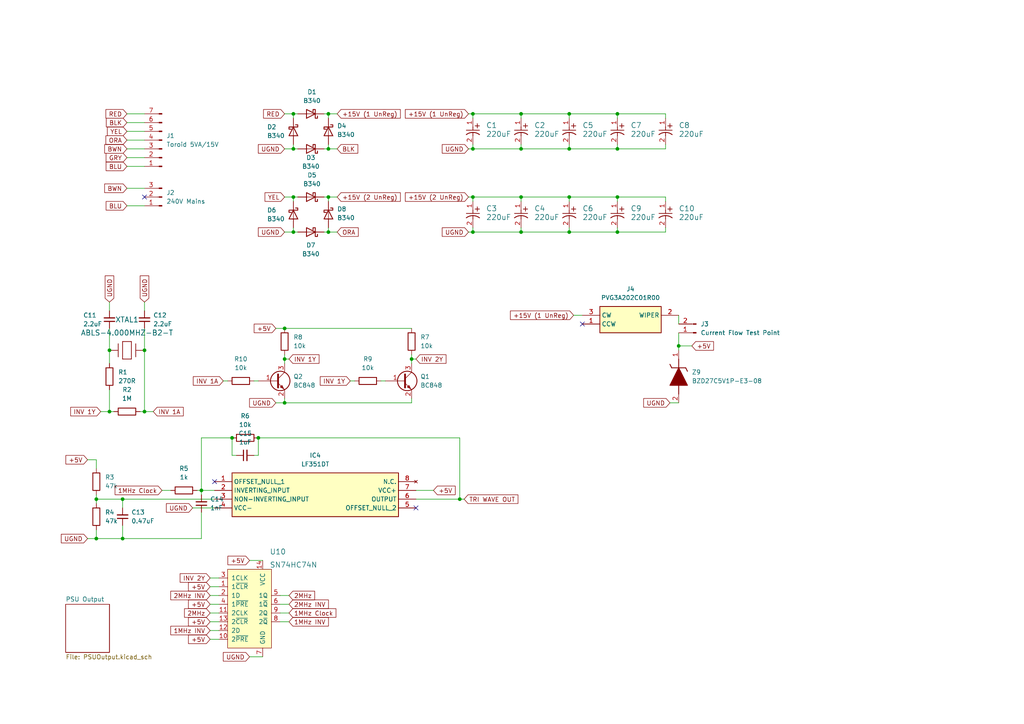
<source format=kicad_sch>
(kicad_sch (version 20230121) (generator eeschema)
  (paper "A4")
  (lib_symbols
    (symbol "ABLS-4-000MHZ-B2-T:ABLS-4.000MHZ-B2-T" (pin_numbers hide) (pin_names hide)
      (property "Reference" "XTAL" (at 5.08 4.445 0))
      (property "Value" "ABLS-4.000MHZ-B2-T" (at 5.08 -7.62 0))
      (symbol "ABLS-4.000MHZ-B2-T_1_1"
        (polyline (pts (xy 2.54 -1.905) (xy 2.54 1.905)) (stroke (width 0.2032)))
        (polyline (pts (xy 3.81 -2.54) (xy 3.81 2.54)) (stroke (width 0.2032)))
        (polyline (pts (xy 3.81 2.54) (xy 6.35 2.54)) (stroke (width 0.2032)))
        (polyline (pts (xy 6.35 -2.54) (xy 3.81 -2.54)) (stroke (width 0.2032)))
        (polyline (pts (xy 6.35 2.54) (xy 6.35 -2.54)) (stroke (width 0.2032)))
        (polyline (pts (xy 7.62 -1.905) (xy 7.62 1.905)) (stroke (width 0.2032)))
        (pin unspecified line (at 0 0 0) (length 2.54) (name "1") (number "1"))
        (pin unspecified line (at 10.16 0 180) (length 2.54) (name "2") (number "2"))
      )
    )
    (symbol "Connector:Conn_01x02_Pin" (pin_names (offset 1.016) hide)
      (property "Reference" "J" (at 0 2.54 0))
      (property "Value" "Conn_01x02_Pin" (at 0 -5.08 0))
      (symbol "Conn_01x02_Pin_1_1"
        (polyline (pts (xy 1.27 -2.54) (xy 0.8636 -2.54)) (stroke (width 0.1524)))
        (polyline (pts (xy 1.27 0) (xy 0.8636 0)) (stroke (width 0.1524)))
        (rectangle (start 0.8636 -2.413) (end 0 -2.667) (stroke (width 0.1524)) (fill (type outline)))
        (rectangle (start 0.8636 0.127) (end 0 -0.127) (stroke (width 0.1524)) (fill (type outline)))
        (pin passive line (at 5.08 0 180) (length 3.81) (name "Pin_1") (number "1"))
        (pin passive line (at 5.08 -2.54 180) (length 3.81) (name "Pin_2") (number "2"))
      )
    )
    (symbol "Connector:Conn_01x03_Pin" (pin_names (offset 1.016) hide)
      (property "Reference" "J" (at 0 5.08 0))
      (property "Value" "Conn_01x03_Pin" (at 0 -5.08 0))
      (symbol "Conn_01x03_Pin_1_1"
        (polyline (pts (xy 1.27 -2.54) (xy 0.8636 -2.54)) (stroke (width 0.1524)))
        (polyline (pts (xy 1.27 0) (xy 0.8636 0)) (stroke (width 0.1524)))
        (polyline (pts (xy 1.27 2.54) (xy 0.8636 2.54)) (stroke (width 0.1524)))
        (rectangle (start 0.8636 -2.413) (end 0 -2.667) (stroke (width 0.1524)) (fill (type outline)))
        (rectangle (start 0.8636 0.127) (end 0 -0.127) (stroke (width 0.1524)) (fill (type outline)))
        (rectangle (start 0.8636 2.667) (end 0 2.413) (stroke (width 0.1524)) (fill (type outline)))
        (pin passive line (at 5.08 2.54 180) (length 3.81) (name "Pin_1") (number "1"))
        (pin passive line (at 5.08 0 180) (length 3.81) (name "Pin_2") (number "2"))
        (pin passive line (at 5.08 -2.54 180) (length 3.81) (name "Pin_3") (number "3"))
      )
    )
    (symbol "Connector:Conn_01x07_Pin" (pin_names (offset 1.016) hide)
      (property "Reference" "J" (at 0 10.16 0))
      (property "Value" "Conn_01x07_Pin" (at 0 -10.16 0))
      (symbol "Conn_01x07_Pin_1_1"
        (polyline (pts (xy 1.27 -7.62) (xy 0.8636 -7.62)) (stroke (width 0.1524)))
        (polyline (pts (xy 1.27 -5.08) (xy 0.8636 -5.08)) (stroke (width 0.1524)))
        (polyline (pts (xy 1.27 -2.54) (xy 0.8636 -2.54)) (stroke (width 0.1524)))
        (polyline (pts (xy 1.27 0) (xy 0.8636 0)) (stroke (width 0.1524)))
        (polyline (pts (xy 1.27 2.54) (xy 0.8636 2.54)) (stroke (width 0.1524)))
        (polyline (pts (xy 1.27 5.08) (xy 0.8636 5.08)) (stroke (width 0.1524)))
        (polyline (pts (xy 1.27 7.62) (xy 0.8636 7.62)) (stroke (width 0.1524)))
        (rectangle (start 0.8636 -7.493) (end 0 -7.747) (stroke (width 0.1524)) (fill (type outline)))
        (rectangle (start 0.8636 -4.953) (end 0 -5.207) (stroke (width 0.1524)) (fill (type outline)))
        (rectangle (start 0.8636 -2.413) (end 0 -2.667) (stroke (width 0.1524)) (fill (type outline)))
        (rectangle (start 0.8636 0.127) (end 0 -0.127) (stroke (width 0.1524)) (fill (type outline)))
        (rectangle (start 0.8636 2.667) (end 0 2.413) (stroke (width 0.1524)) (fill (type outline)))
        (rectangle (start 0.8636 5.207) (end 0 4.953) (stroke (width 0.1524)) (fill (type outline)))
        (rectangle (start 0.8636 7.747) (end 0 7.493) (stroke (width 0.1524)) (fill (type outline)))
        (pin passive line (at 5.08 7.62 180) (length 3.81) (name "Pin_1") (number "1"))
        (pin passive line (at 5.08 5.08 180) (length 3.81) (name "Pin_2") (number "2"))
        (pin passive line (at 5.08 2.54 180) (length 3.81) (name "Pin_3") (number "3"))
        (pin passive line (at 5.08 0 180) (length 3.81) (name "Pin_4") (number "4"))
        (pin passive line (at 5.08 -2.54 180) (length 3.81) (name "Pin_5") (number "5"))
        (pin passive line (at 5.08 -5.08 180) (length 3.81) (name "Pin_6") (number "6"))
        (pin passive line (at 5.08 -7.62 180) (length 3.81) (name "Pin_7") (number "7"))
      )
    )
    (symbol "Device:C_Small" (pin_numbers hide) (pin_names (offset 0.254) hide)
      (property "Reference" "C" (at 0.254 1.778 0))
      (property "Value" "C_Small" (at 0.254 -2.032 0))
      (symbol "C_Small_0_1"
        (polyline (pts (xy -1.524 -0.508) (xy 1.524 -0.508)) (stroke (width 0.3302)))
        (polyline (pts (xy -1.524 0.508) (xy 1.524 0.508)) (stroke (width 0.3048)))
      )
      (symbol "C_Small_1_1"
        (pin passive line (at 0 2.54 270) (length 2.032) (name "~") (number "1"))
        (pin passive line (at 0 -2.54 90) (length 2.032) (name "~") (number "2"))
      )
    )
    (symbol "Device:R" (pin_numbers hide) (pin_names (offset 0))
      (property "Reference" "R" (at 2.032 0 90))
      (property "Value" "R" (at 0 0 90))
      (symbol "R_0_1"
        (rectangle (start -1.016 -2.54) (end 1.016 2.54) (stroke (width 0.254)))
      )
      (symbol "R_1_1"
        (pin passive line (at 0 3.81 270) (length 1.27) (name "~") (number "1"))
        (pin passive line (at 0 -3.81 90) (length 1.27) (name "~") (number "2"))
      )
    )
    (symbol "Diode:B340" (pin_numbers hide) (pin_names (offset 1.016) hide)
      (property "Reference" "D" (at 0 2.54 0))
      (property "Value" "B340" (at 0 -2.54 0))
      (symbol "B340_0_1"
        (polyline (pts (xy 1.27 0) (xy -1.27 0)))
        (polyline (pts (xy 1.27 1.27) (xy 1.27 -1.27) (xy -1.27 0) (xy 1.27 1.27)) (stroke (width 0.254)))
        (polyline (pts (xy -1.905 0.635) (xy -1.905 1.27) (xy -1.27 1.27) (xy -1.27 -1.27) (xy -0.635 -1.27) (xy -0.635 -0.635)) (stroke (width 0.254)))
      )
      (symbol "B340_1_1"
        (pin passive line (at -3.81 0 0) (length 2.54) (name "K") (number "1"))
        (pin passive line (at 3.81 0 180) (length 2.54) (name "A") (number "2"))
      )
    )
    (symbol "EEE-1HA221P:EEE-1HA221P" (pin_names (offset 0.254))
      (property "Reference" "C" (at 3.81 3.81 0))
      (property "Value" "EEE-1HA221P" (at 3.81 -3.81 0))
      (symbol "EEE-1HA221P_1_1"
        (polyline (pts (xy 1.5748 1.27) (xy 2.8448 1.27)) (stroke (width 0.2032)))
        (polyline (pts (xy 2.2098 0.635) (xy 2.2098 1.905)) (stroke (width 0.2032)))
        (polyline (pts (xy 2.54 0) (xy 3.4798 0)) (stroke (width 0.2032)))
        (polyline (pts (xy 3.4798 -1.905) (xy 3.4798 1.905)) (stroke (width 0.2032)))
        (polyline (pts (xy 4.1148 0) (xy 5.08 0)) (stroke (width 0.2032)))
        (arc (start 4.7541 1.9108) (mid 4.1148 0) (end 4.7541 -1.9108) (stroke (width 0.254)))
        (pin unspecified line (at 0 0 0) (length 2.54) (name "") (number "1"))
        (pin unspecified line (at 7.62 0 180) (length 2.54) (name "") (number "2"))
      )
      (symbol "EEE-1HA221P_1_2"
        (polyline (pts (xy -1.905 -3.4798) (xy 1.905 -3.4798)) (stroke (width 0.2032)))
        (polyline (pts (xy 0 -4.1148) (xy 0 -5.08)) (stroke (width 0.2032)))
        (polyline (pts (xy 0 -2.54) (xy 0 -3.4798)) (stroke (width 0.2032)))
        (polyline (pts (xy 0.635 -2.2098) (xy 1.905 -2.2098)) (stroke (width 0.2032)))
        (polyline (pts (xy 1.27 -1.5748) (xy 1.27 -2.8448)) (stroke (width 0.2032)))
        (arc (start 1.9108 -4.7541) (mid 0 -4.1148) (end -1.9108 -4.7541) (stroke (width 0.254)))
        (pin unspecified line (at 0 -7.62 90) (length 2.54) (name "") (number "1"))
        (pin unspecified line (at 0 0 270) (length 2.54) (name "") (number "2"))
      )
    )
    (symbol "SamacSys_Parts:BZD27C5V1P-E3-08" (pin_names hide)
      (property "Reference" "Z" (at 10.16 8.89 0))
      (property "Value" "BZD27C5V1P-E3-08" (at 10.16 6.35 0))
      (symbol "BZD27C5V1P-E3-08_1_1"
        (polyline (pts (xy 2.54 0) (xy 5.08 0)) (stroke (width 0.254)))
        (polyline (pts (xy 4.064 -2.54) (xy 5.08 -2.032)) (stroke (width 0.254)))
        (polyline (pts (xy 5.08 2.032) (xy 5.08 -2.032)) (stroke (width 0.254)))
        (polyline (pts (xy 5.08 2.032) (xy 6.096 2.54)) (stroke (width 0.254)))
        (polyline (pts (xy 12.7 0) (xy 10.16 0)) (stroke (width 0.254)))
        (polyline (pts (xy 5.08 0) (xy 10.16 2.54) (xy 10.16 -2.54) (xy 5.08 0)) (stroke (width 0.254)) (fill (type outline)))
        (pin passive line (at 0 0 0) (length 2.54) (name "K") (number "1"))
        (pin passive line (at 15.24 0 180) (length 2.54) (name "A") (number "2"))
      )
    )
    (symbol "SamacSys_Parts:LF351DT"
      (property "Reference" "IC" (at 54.61 7.62 0))
      (property "Value" "LF351DT" (at 54.61 5.08 0))
      (symbol "LF351DT_1_1"
        (rectangle (start 5.08 2.54) (end 53.34 -10.16) (stroke (width 0.254)) (fill (type background)))
        (pin passive line (at 0 0 0) (length 5.08) (name "OFFSET_NULL_1") (number "1"))
        (pin passive line (at 0 -2.54 0) (length 5.08) (name "INVERTING_INPUT") (number "2"))
        (pin passive line (at 0 -5.08 0) (length 5.08) (name "NON-INVERTING_INPUT") (number "3"))
        (pin passive line (at 0 -7.62 0) (length 5.08) (name "VCC-") (number "4"))
        (pin passive line (at 58.42 -7.62 180) (length 5.08) (name "OFFSET_NULL_2") (number "5"))
        (pin passive line (at 58.42 -5.08 180) (length 5.08) (name "OUTPUT") (number "6"))
        (pin passive line (at 58.42 -2.54 180) (length 5.08) (name "VCC+") (number "7"))
        (pin no_connect line (at 58.42 0 180) (length 5.08) (name "N.C.") (number "8"))
      )
    )
    (symbol "SamacSys_Parts:PVG3A202C01R00"
      (property "Reference" "J" (at 24.13 7.62 0))
      (property "Value" "PVG3A202C01R00" (at 24.13 5.08 0))
      (symbol "PVG3A202C01R00_1_1"
        (rectangle (start 5.08 2.54) (end 22.86 -5.08) (stroke (width 0.254)) (fill (type background)))
        (pin passive line (at 0 -2.54 0) (length 5.08) (name "CCW") (number "1"))
        (pin passive line (at 27.94 0 180) (length 5.08) (name "WIPER") (number "2"))
        (pin passive line (at 0 0 0) (length 5.08) (name "CW") (number "3"))
      )
    )
    (symbol "Transistor_BJT:BC848" (pin_names (offset 0) hide)
      (property "Reference" "Q" (at 5.08 1.905 0))
      (property "Value" "BC848" (at 5.08 0 0))
      (symbol "BC848_0_1"
        (polyline (pts (xy 0.635 0.635) (xy 2.54 2.54)))
        (polyline (pts (xy 0.635 -0.635) (xy 2.54 -2.54) (xy 2.54 -2.54)))
        (polyline (pts (xy 0.635 1.905) (xy 0.635 -1.905) (xy 0.635 -1.905)) (stroke (width 0.508)))
        (polyline (pts (xy 1.27 -1.778) (xy 1.778 -1.27) (xy 2.286 -2.286) (xy 1.27 -1.778) (xy 1.27 -1.778)) (fill (type outline)))
        (circle (center 1.27 0) (radius 2.8194) (stroke (width 0.254)))
      )
      (symbol "BC848_1_1"
        (pin input line (at -5.08 0 0) (length 5.715) (name "B") (number "1"))
        (pin passive line (at 2.54 -5.08 90) (length 2.54) (name "E") (number "2"))
        (pin passive line (at 2.54 5.08 270) (length 2.54) (name "C") (number "3"))
      )
    )
    (symbol "dk_Logic-Flip-Flops:SN74HC74N" (pin_names (offset 1.016))
      (property "Reference" "U" (at -6.35 11.43 0))
      (property "Value" "SN74HC74N" (at -2.54 13.97 0))
      (symbol "SN74HC74N_0_1"
        (rectangle (start -7.62 10.16) (end 5.08 -12.7) (fill (type background)))
      )
      (symbol "SN74HC74N_1_1"
        (pin input line (at -10.16 5.08 0) (length 2.54) (name "1~{CLR}") (number "1"))
        (pin input line (at -10.16 -10.16 0) (length 2.54) (name "2~{PRE}") (number "10"))
        (pin input line (at -10.16 -2.54 0) (length 2.54) (name "2CLK") (number "11"))
        (pin input line (at -10.16 -7.62 0) (length 2.54) (name "2D") (number "12"))
        (pin input line (at -10.16 -5.08 0) (length 2.54) (name "2~{CLR}") (number "13"))
        (pin power_in line (at 2.54 12.7 270) (length 2.54) (name "VCC") (number "14"))
        (pin input line (at -10.16 2.54 0) (length 2.54) (name "1D") (number "2"))
        (pin input line (at -10.16 7.62 0) (length 2.54) (name "1CLK") (number "3"))
        (pin input line (at -10.16 0 0) (length 2.54) (name "1~{PRE}") (number "4"))
        (pin output line (at 7.62 2.54 180) (length 2.54) (name "1Q") (number "5"))
        (pin output line (at 7.62 0 180) (length 2.54) (name "1~{Q}") (number "6"))
        (pin power_in line (at 2.54 -15.24 90) (length 2.54) (name "GND") (number "7"))
        (pin output line (at 7.62 -5.08 180) (length 2.54) (name "2~{Q}") (number "8"))
        (pin output line (at 7.62 -2.54 180) (length 2.54) (name "2Q") (number "9"))
      )
    )
  )
  (junction (at 82.55 95.25))
  (junction (at 133.35 144.78))
  (junction (at 95.25 33.02))
  (junction (at 95.25 57.15))
  (junction (at 82.55 104.14))
  (junction (at 165.1 43.18))
  (junction (at 165.1 67.31))
  (junction (at 82.55 116.84))
  (junction (at 41.91 101.6))
  (junction (at 31.75 119.38))
  (junction (at 151.13 57.15))
  (junction (at 151.13 43.18))
  (junction (at 85.09 67.31))
  (junction (at 58.42 142.24))
  (junction (at 179.07 67.31))
  (junction (at 35.56 156.21))
  (junction (at 179.07 57.15))
  (junction (at 27.94 144.78))
  (junction (at 41.91 119.38))
  (junction (at 85.09 33.02))
  (junction (at 85.09 57.15))
  (junction (at 31.75 101.6))
  (junction (at 137.16 57.15))
  (junction (at 179.07 43.18))
  (junction (at 95.25 67.31))
  (junction (at 179.07 33.02))
  (junction (at 151.13 33.02))
  (junction (at 165.1 33.02))
  (junction (at 151.13 67.31))
  (junction (at 137.16 67.31))
  (junction (at 95.25 43.18))
  (junction (at 27.94 156.21))
  (junction (at 119.38 104.14))
  (junction (at 74.93 127))
  (junction (at 85.09 43.18))
  (junction (at 67.31 127))
  (junction (at 35.56 144.78))
  (junction (at 196.85 100.33))
  (junction (at 137.16 33.02))
  (junction (at 165.1 57.15))
  (junction (at 137.16 43.18))
  (no_connect (at 62.23 139.7))
  (no_connect (at 120.65 147.32))
  (no_connect (at 41.91 57.15))
  (no_connect (at 168.91 93.98))
  (wire (pts (xy 60.96 170.18) (xy 63.5 170.18)))
  (wire (pts (xy 86.36 57.15) (xy 85.09 57.15)))
  (wire (pts (xy 31.75 87.63) (xy 31.75 90.17)))
  (wire (pts (xy 36.83 59.69) (xy 41.91 59.69)))
  (wire (pts (xy 93.98 43.18) (xy 95.25 43.18)))
  (wire (pts (xy 165.1 58.42) (xy 165.1 57.15)))
  (wire (pts (xy 135.89 67.31) (xy 137.16 67.31)))
  (wire (pts (xy 85.09 66.04) (xy 85.09 67.31)))
  (wire (pts (xy 41.91 119.38) (xy 41.91 101.6)))
  (wire (pts (xy 68.58 132.08) (xy 67.31 132.08)))
  (wire (pts (xy 35.56 144.78) (xy 35.56 147.32)))
  (wire (pts (xy 58.42 148.59) (xy 58.42 156.21)))
  (wire (pts (xy 27.94 156.21) (xy 27.94 153.67)))
  (wire (pts (xy 55.88 147.32) (xy 62.23 147.32)))
  (wire (pts (xy 165.1 67.31) (xy 151.13 67.31)))
  (wire (pts (xy 41.91 95.25) (xy 41.91 101.6)))
  (wire (pts (xy 120.65 104.14) (xy 119.38 104.14)))
  (wire (pts (xy 82.55 67.31) (xy 85.09 67.31)))
  (wire (pts (xy 35.56 152.4) (xy 35.56 156.21)))
  (wire (pts (xy 31.75 101.6) (xy 31.75 105.41)))
  (wire (pts (xy 64.77 110.49) (xy 66.04 110.49)))
  (wire (pts (xy 58.42 156.21) (xy 35.56 156.21)))
  (wire (pts (xy 81.28 172.72) (xy 83.82 172.72)))
  (wire (pts (xy 46.99 142.24) (xy 49.53 142.24)))
  (wire (pts (xy 133.35 127) (xy 74.93 127)))
  (wire (pts (xy 165.1 41.91) (xy 165.1 43.18)))
  (wire (pts (xy 165.1 43.18) (xy 179.07 43.18)))
  (wire (pts (xy 60.96 175.26) (xy 63.5 175.26)))
  (wire (pts (xy 119.38 116.84) (xy 82.55 116.84)))
  (wire (pts (xy 165.1 33.02) (xy 151.13 33.02)))
  (wire (pts (xy 120.65 144.78) (xy 133.35 144.78)))
  (wire (pts (xy 165.1 57.15) (xy 179.07 57.15)))
  (wire (pts (xy 137.16 57.15) (xy 137.16 58.42)))
  (wire (pts (xy 58.42 142.24) (xy 62.23 142.24)))
  (wire (pts (xy 151.13 43.18) (xy 151.13 41.91)))
  (wire (pts (xy 86.36 43.18) (xy 85.09 43.18)))
  (wire (pts (xy 137.16 43.18) (xy 151.13 43.18)))
  (wire (pts (xy 67.31 127) (xy 58.42 127)))
  (wire (pts (xy 101.6 110.49) (xy 102.87 110.49)))
  (wire (pts (xy 60.96 172.72) (xy 63.5 172.72)))
  (wire (pts (xy 86.36 33.02) (xy 85.09 33.02)))
  (wire (pts (xy 27.94 133.35) (xy 25.4 133.35)))
  (wire (pts (xy 36.83 45.72) (xy 41.91 45.72)))
  (wire (pts (xy 193.04 33.02) (xy 179.07 33.02)))
  (wire (pts (xy 35.56 144.78) (xy 27.94 144.78)))
  (wire (pts (xy 27.94 144.78) (xy 27.94 146.05)))
  (wire (pts (xy 95.25 67.31) (xy 97.79 67.31)))
  (wire (pts (xy 74.93 132.08) (xy 73.66 132.08)))
  (wire (pts (xy 82.55 104.14) (xy 82.55 105.41)))
  (wire (pts (xy 80.01 95.25) (xy 82.55 95.25)))
  (wire (pts (xy 74.93 127) (xy 74.93 132.08)))
  (wire (pts (xy 133.35 144.78) (xy 133.35 127)))
  (wire (pts (xy 58.42 127) (xy 58.42 142.24)))
  (wire (pts (xy 35.56 156.21) (xy 27.94 156.21)))
  (wire (pts (xy 179.07 41.91) (xy 179.07 43.18)))
  (wire (pts (xy 31.75 113.03) (xy 31.75 119.38)))
  (wire (pts (xy 41.91 87.63) (xy 41.91 90.17)))
  (wire (pts (xy 193.04 57.15) (xy 193.04 58.42)))
  (wire (pts (xy 67.31 132.08) (xy 67.31 127)))
  (wire (pts (xy 29.21 119.38) (xy 31.75 119.38)))
  (wire (pts (xy 165.1 57.15) (xy 151.13 57.15)))
  (wire (pts (xy 119.38 115.57) (xy 119.38 116.84)))
  (wire (pts (xy 93.98 67.31) (xy 95.25 67.31)))
  (wire (pts (xy 137.16 67.31) (xy 151.13 67.31)))
  (wire (pts (xy 82.55 33.02) (xy 85.09 33.02)))
  (wire (pts (xy 179.07 57.15) (xy 193.04 57.15)))
  (wire (pts (xy 85.09 57.15) (xy 85.09 58.42)))
  (wire (pts (xy 85.09 33.02) (xy 85.09 34.29)))
  (wire (pts (xy 119.38 102.87) (xy 119.38 104.14)))
  (wire (pts (xy 82.55 43.18) (xy 85.09 43.18)))
  (wire (pts (xy 95.25 57.15) (xy 93.98 57.15)))
  (wire (pts (xy 36.83 54.61) (xy 41.91 54.61)))
  (wire (pts (xy 27.94 143.51) (xy 27.94 144.78)))
  (wire (pts (xy 151.13 66.04) (xy 151.13 67.31)))
  (wire (pts (xy 193.04 67.31) (xy 179.07 67.31)))
  (wire (pts (xy 137.16 57.15) (xy 151.13 57.15)))
  (wire (pts (xy 137.16 34.29) (xy 137.16 33.02)))
  (wire (pts (xy 196.85 96.52) (xy 196.85 100.33)))
  (wire (pts (xy 95.25 43.18) (xy 97.79 43.18)))
  (wire (pts (xy 95.25 43.18) (xy 95.25 41.91)))
  (wire (pts (xy 179.07 57.15) (xy 179.07 58.42)))
  (wire (pts (xy 82.55 102.87) (xy 82.55 104.14)))
  (wire (pts (xy 193.04 66.04) (xy 193.04 67.31)))
  (wire (pts (xy 82.55 57.15) (xy 85.09 57.15)))
  (wire (pts (xy 85.09 43.18) (xy 85.09 41.91)))
  (wire (pts (xy 60.96 185.42) (xy 63.5 185.42)))
  (wire (pts (xy 82.55 104.14) (xy 83.82 104.14)))
  (wire (pts (xy 58.42 142.24) (xy 58.42 143.51)))
  (wire (pts (xy 120.65 142.24) (xy 125.73 142.24)))
  (wire (pts (xy 137.16 66.04) (xy 137.16 67.31)))
  (wire (pts (xy 36.83 38.1) (xy 41.91 38.1)))
  (wire (pts (xy 200.66 100.33) (xy 196.85 100.33)))
  (wire (pts (xy 72.39 162.56) (xy 76.2 162.56)))
  (wire (pts (xy 60.96 180.34) (xy 63.5 180.34)))
  (wire (pts (xy 62.23 144.78) (xy 35.56 144.78)))
  (wire (pts (xy 95.25 33.02) (xy 93.98 33.02)))
  (wire (pts (xy 81.28 177.8) (xy 83.82 177.8)))
  (wire (pts (xy 41.91 119.38) (xy 44.45 119.38)))
  (wire (pts (xy 179.07 67.31) (xy 165.1 67.31)))
  (wire (pts (xy 82.55 95.25) (xy 119.38 95.25)))
  (wire (pts (xy 95.25 34.29) (xy 95.25 33.02)))
  (wire (pts (xy 165.1 34.29) (xy 165.1 33.02)))
  (wire (pts (xy 151.13 33.02) (xy 151.13 34.29)))
  (wire (pts (xy 137.16 33.02) (xy 135.89 33.02)))
  (wire (pts (xy 194.31 116.84) (xy 196.85 116.84)))
  (wire (pts (xy 72.39 190.5) (xy 76.2 190.5)))
  (wire (pts (xy 165.1 66.04) (xy 165.1 67.31)))
  (wire (pts (xy 166.37 91.44) (xy 168.91 91.44)))
  (wire (pts (xy 36.83 40.64) (xy 41.91 40.64)))
  (wire (pts (xy 31.75 95.25) (xy 31.75 101.6)))
  (wire (pts (xy 36.83 35.56) (xy 41.91 35.56)))
  (wire (pts (xy 151.13 57.15) (xy 151.13 58.42)))
  (wire (pts (xy 135.89 57.15) (xy 137.16 57.15)))
  (wire (pts (xy 57.15 142.24) (xy 58.42 142.24)))
  (wire (pts (xy 179.07 33.02) (xy 179.07 34.29)))
  (wire (pts (xy 31.75 119.38) (xy 33.02 119.38)))
  (wire (pts (xy 81.28 175.26) (xy 83.82 175.26)))
  (wire (pts (xy 193.04 34.29) (xy 193.04 33.02)))
  (wire (pts (xy 36.83 48.26) (xy 41.91 48.26)))
  (wire (pts (xy 81.28 180.34) (xy 83.82 180.34)))
  (wire (pts (xy 179.07 66.04) (xy 179.07 67.31)))
  (wire (pts (xy 196.85 91.44) (xy 196.85 93.98)))
  (wire (pts (xy 40.64 119.38) (xy 41.91 119.38)))
  (wire (pts (xy 137.16 33.02) (xy 151.13 33.02)))
  (wire (pts (xy 110.49 110.49) (xy 111.76 110.49)))
  (wire (pts (xy 137.16 41.91) (xy 137.16 43.18)))
  (wire (pts (xy 95.25 67.31) (xy 95.25 66.04)))
  (wire (pts (xy 60.96 182.88) (xy 63.5 182.88)))
  (wire (pts (xy 95.25 57.15) (xy 97.79 57.15)))
  (wire (pts (xy 85.09 67.31) (xy 86.36 67.31)))
  (wire (pts (xy 95.25 33.02) (xy 97.79 33.02)))
  (wire (pts (xy 27.94 135.89) (xy 27.94 133.35)))
  (wire (pts (xy 95.25 58.42) (xy 95.25 57.15)))
  (wire (pts (xy 82.55 115.57) (xy 82.55 116.84)))
  (wire (pts (xy 119.38 104.14) (xy 119.38 105.41)))
  (wire (pts (xy 179.07 43.18) (xy 193.04 43.18)))
  (wire (pts (xy 193.04 43.18) (xy 193.04 41.91)))
  (wire (pts (xy 60.96 177.8) (xy 63.5 177.8)))
  (wire (pts (xy 82.55 116.84) (xy 80.01 116.84)))
  (wire (pts (xy 25.4 156.21) (xy 27.94 156.21)))
  (wire (pts (xy 36.83 43.18) (xy 41.91 43.18)))
  (wire (pts (xy 135.89 43.18) (xy 137.16 43.18)))
  (wire (pts (xy 133.35 144.78) (xy 134.62 144.78)))
  (wire (pts (xy 36.83 33.02) (xy 41.91 33.02)))
  (wire (pts (xy 179.07 33.02) (xy 165.1 33.02)))
  (wire (pts (xy 196.85 100.33) (xy 196.85 101.6)))
  (wire (pts (xy 73.66 110.49) (xy 74.93 110.49)))
  (wire (pts (xy 60.96 167.64) (xy 63.5 167.64)))
  (wire (pts (xy 165.1 43.18) (xy 151.13 43.18)))
  (global_label "UGND" (shape input) (at 31.75 87.63 90) (property "Intersheetrefs" "${INTERSHEET_REFS}" (effects hide)))
  (global_label "YEL" (shape input) (at 82.55 57.15 180) (property "Intersheetrefs" "${INTERSHEET_REFS}" (effects hide)))
  (global_label "INV 2Y" (shape input) (at 120.65 104.14 0) (property "Intersheetrefs" "${INTERSHEET_REFS}" (effects hide)))
  (global_label "+15V (1 UnReg)" (shape input) (at 97.79 33.02 0) (property "Intersheetrefs" "${INTERSHEET_REFS}" (effects hide)))
  (global_label "1MHz INV" (shape input) (at 60.96 182.88 180) (property "Intersheetrefs" "${INTERSHEET_REFS}" (effects hide)))
  (global_label "INV 2Y" (shape input) (at 60.96 167.64 180) (property "Intersheetrefs" "${INTERSHEET_REFS}" (effects hide)))
  (global_label "+15V (1 UnReg)" (shape input) (at 166.37 91.44 180) (property "Intersheetrefs" "${INTERSHEET_REFS}" (effects hide)))
  (global_label "1MHz INV" (shape input) (at 83.82 180.34 0) (property "Intersheetrefs" "${INTERSHEET_REFS}" (effects hide)))
  (global_label "+5V" (shape input) (at 200.66 100.33 0) (property "Intersheetrefs" "${INTERSHEET_REFS}" (effects hide)))
  (global_label "UGND" (shape input) (at 41.91 87.63 90) (property "Intersheetrefs" "${INTERSHEET_REFS}" (effects hide)))
  (global_label "+5V" (shape input) (at 72.39 162.56 180) (property "Intersheetrefs" "${INTERSHEET_REFS}" (effects hide)))
  (global_label "UGND" (shape input) (at 135.89 67.31 180) (property "Intersheetrefs" "${INTERSHEET_REFS}" (effects hide)))
  (global_label "+5V" (shape input) (at 80.01 95.25 180) (property "Intersheetrefs" "${INTERSHEET_REFS}" (effects hide)))
  (global_label "+5V" (shape input) (at 60.96 170.18 180) (property "Intersheetrefs" "${INTERSHEET_REFS}" (effects hide)))
  (global_label "INV 1Y" (shape input) (at 83.82 104.14 0) (property "Intersheetrefs" "${INTERSHEET_REFS}" (effects hide)))
  (global_label "ORA" (shape input) (at 36.83 40.64 180) (property "Intersheetrefs" "${INTERSHEET_REFS}" (effects hide)))
  (global_label "ORA" (shape input) (at 97.79 67.31 0) (property "Intersheetrefs" "${INTERSHEET_REFS}" (effects hide)))
  (global_label "INV 1Y" (shape input) (at 29.21 119.38 180) (property "Intersheetrefs" "${INTERSHEET_REFS}" (effects hide)))
  (global_label "BLU" (shape input) (at 36.83 48.26 180) (property "Intersheetrefs" "${INTERSHEET_REFS}" (effects hide)))
  (global_label "BLK" (shape input) (at 97.79 43.18 0) (property "Intersheetrefs" "${INTERSHEET_REFS}" (effects hide)))
  (global_label "+15V (1 UnReg)" (shape input) (at 135.89 33.02 180) (property "Intersheetrefs" "${INTERSHEET_REFS}" (effects hide)))
  (global_label "UGND" (shape input) (at 80.01 116.84 180) (property "Intersheetrefs" "${INTERSHEET_REFS}" (effects hide)))
  (global_label "1MHz Clock" (shape input) (at 46.99 142.24 180) (property "Intersheetrefs" "${INTERSHEET_REFS}" (effects hide)))
  (global_label "INV 1Y" (shape input) (at 101.6 110.49 180) (property "Intersheetrefs" "${INTERSHEET_REFS}" (effects hide)))
  (global_label "INV 1A" (shape input) (at 64.77 110.49 180) (property "Intersheetrefs" "${INTERSHEET_REFS}" (effects hide)))
  (global_label "2MHz" (shape input) (at 60.96 177.8 180) (property "Intersheetrefs" "${INTERSHEET_REFS}" (effects hide)))
  (global_label "UGND" (shape input) (at 135.89 43.18 180) (property "Intersheetrefs" "${INTERSHEET_REFS}" (effects hide)))
  (global_label "TRI WAVE OUT" (shape input) (at 134.62 144.78 0) (property "Intersheetrefs" "${INTERSHEET_REFS}" (effects hide)))
  (global_label "2MHz INV" (shape input) (at 83.82 175.26 0) (property "Intersheetrefs" "${INTERSHEET_REFS}" (effects hide)))
  (global_label "+5V" (shape input) (at 60.96 185.42 180) (property "Intersheetrefs" "${INTERSHEET_REFS}" (effects hide)))
  (global_label "1MHz Clock" (shape input) (at 83.82 177.8 0) (property "Intersheetrefs" "${INTERSHEET_REFS}" (effects hide)))
  (global_label "BLU" (shape input) (at 36.83 59.69 180) (property "Intersheetrefs" "${INTERSHEET_REFS}" (effects hide)))
  (global_label "2MHz" (shape input) (at 83.82 172.72 0) (property "Intersheetrefs" "${INTERSHEET_REFS}" (effects hide)))
  (global_label "+5V" (shape input) (at 125.73 142.24 0) (property "Intersheetrefs" "${INTERSHEET_REFS}" (effects hide)))
  (global_label "+5V" (shape input) (at 25.4 133.35 180) (property "Intersheetrefs" "${INTERSHEET_REFS}" (effects hide)))
  (global_label "BWN" (shape input) (at 36.83 43.18 180) (property "Intersheetrefs" "${INTERSHEET_REFS}" (effects hide)))
  (global_label "+5V" (shape input) (at 60.96 175.26 180) (property "Intersheetrefs" "${INTERSHEET_REFS}" (effects hide)))
  (global_label "GRY" (shape input) (at 36.83 45.72 180) (property "Intersheetrefs" "${INTERSHEET_REFS}" (effects hide)))
  (global_label "INV 1A" (shape input) (at 44.45 119.38 0) (property "Intersheetrefs" "${INTERSHEET_REFS}" (effects hide)))
  (global_label "YEL" (shape input) (at 36.83 38.1 180) (property "Intersheetrefs" "${INTERSHEET_REFS}" (effects hide)))
  (global_label "+15V (2 UnReg)" (shape input) (at 97.79 57.15 0) (property "Intersheetrefs" "${INTERSHEET_REFS}" (effects hide)))
  (global_label "UGND" (shape input) (at 72.39 190.5 180) (property "Intersheetrefs" "${INTERSHEET_REFS}" (effects hide)))
  (global_label "BWN" (shape input) (at 36.83 54.61 180) (property "Intersheetrefs" "${INTERSHEET_REFS}" (effects hide)))
  (global_label "2MHz INV" (shape input) (at 60.96 172.72 180) (property "Intersheetrefs" "${INTERSHEET_REFS}" (effects hide)))
  (global_label "+15V (2 UnReg)" (shape input) (at 135.89 57.15 180) (property "Intersheetrefs" "${INTERSHEET_REFS}" (effects hide)))
  (global_label "+5V" (shape input) (at 60.96 180.34 180) (property "Intersheetrefs" "${INTERSHEET_REFS}" (effects hide)))
  (global_label "UGND" (shape input) (at 194.31 116.84 180) (property "Intersheetrefs" "${INTERSHEET_REFS}" (effects hide)))
  (global_label "BLK" (shape input) (at 36.83 35.56 180) (property "Intersheetrefs" "${INTERSHEET_REFS}" (effects hide)))
  (global_label "RED" (shape input) (at 82.55 33.02 180) (property "Intersheetrefs" "${INTERSHEET_REFS}" (effects hide)))
  (global_label "UGND" (shape input) (at 25.4 156.21 180) (property "Intersheetrefs" "${INTERSHEET_REFS}" (effects hide)))
  (global_label "UGND" (shape input) (at 82.55 43.18 180) (property "Intersheetrefs" "${INTERSHEET_REFS}" (effects hide)))
  (global_label "UGND" (shape input) (at 82.55 67.31 180) (property "Intersheetrefs" "${INTERSHEET_REFS}" (effects hide)))
  (global_label "RED" (shape input) (at 36.83 33.02 180) (property "Intersheetrefs" "${INTERSHEET_REFS}" (effects hide)))
  (global_label "UGND" (shape input) (at 55.88 147.32 180) (property "Intersheetrefs" "${INTERSHEET_REFS}" (effects hide)))
  (symbol (lib_id "Diode:B340") (at 95.25 62.23 270) (unit 1)
    (property "Reference" "D8" (at 97.79 60.6425 90) (effects (justify left)))
    (property "Value" "B340" (at 97.79 63.1825 90) (effects (justify left)))
    (property "Footprint" "Diode_SMD:D_SMC" (effects hide))
    (property "Datasheet" "http://www.jameco.com/Jameco/Products/ProdDS/1538777.pdf" (effects hide))
  )
  (symbol (lib_id "Diode:B340") (at 85.09 38.1 270) (unit 1)
    (property "Reference" "D2" (at 77.47 36.83 90) (effects (justify left)))
    (property "Value" "B340" (at 77.47 39.37 90) (effects (justify left)))
    (property "Footprint" "Diode_SMD:D_SMC" (effects hide))
    (property "Datasheet" "http://www.jameco.com/Jameco/Products/ProdDS/1538777.pdf" (effects hide))
  )
  (symbol (lib_id "Diode:B340") (at 90.17 33.02 180) (unit 1)
    (property "Reference" "D1" (at 90.4875 26.67 0))
    (property "Value" "B340" (at 90.4875 29.21 0))
    (property "Footprint" "Diode_SMD:D_SMC" (effects hide))
    (property "Datasheet" "http://www.jameco.com/Jameco/Products/ProdDS/1538777.pdf" (effects hide))
  )
  (symbol (lib_id "Device:C_Small") (at 71.12 132.08 90) (unit 1)
    (property "Reference" "C15" (at 71.1263 125.73 90))
    (property "Value" "1uF" (at 71.1263 128.27 90))
    (property "Footprint" "Capacitor_SMD:C_1206_3216Metric" (effects hide))
  )
  (symbol (lib_id "Diode:B340") (at 90.17 67.31 180) (unit 1)
    (property "Reference" "D7" (at 90.17 71.12 0))
    (property "Value" "B340" (at 90.17 73.66 0))
    (property "Footprint" "Diode_SMD:D_SMC" (effects hide))
    (property "Datasheet" "http://www.jameco.com/Jameco/Products/ProdDS/1538777.pdf" (effects hide))
  )
  (symbol (lib_id "Connector:Conn_01x07_Pin") (at 46.99 40.64 180) (unit 1)
    (property "Reference" "J1" (at 48.26 39.37 0) (effects (justify right)))
    (property "Value" "Toroid 5VA/15V" (at 48.26 41.91 0) (effects (justify right)))
  )
  (symbol (lib_id "Device:C_Small") (at 35.56 149.86 180) (unit 1)
    (property "Reference" "C13" (at 38.1 148.5835 0) (effects (justify right)))
    (property "Value" "0.47uF" (at 38.1 151.1235 0) (effects (justify right)))
    (property "Footprint" "Capacitor_SMD:C_1206_3216Metric" (effects hide))
  )
  (symbol (lib_id "Diode:B340") (at 90.17 57.15 180) (unit 1)
    (property "Reference" "D5" (at 90.4875 50.8 0))
    (property "Value" "B340" (at 90.4875 53.34 0))
    (property "Footprint" "Diode_SMD:D_SMC" (effects hide))
    (property "Datasheet" "http://www.jameco.com/Jameco/Products/ProdDS/1538777.pdf" (effects hide))
  )
  (symbol (lib_id "EEE-1HA221P:EEE-1HA221P") (at 151.13 58.42 270) (unit 1)
    (property "Reference" "C4" (at 154.94 60.4774 90) (effects (font (size 1.524 1.524)) (justify left)))
    (property "Value" "220uF" (at 154.94 63.0174 90) (effects (font (size 1.524 1.524)) (justify left)))
    (property "Footprint" "CAP_EEE_G_PAN" (effects hide))
    (property "Datasheet" "EEE-1HA221P" (effects hide))
  )
  (symbol (lib_id "EEE-1HA221P:EEE-1HA221P") (at 165.1 34.29 270) (unit 1)
    (property "Reference" "C5" (at 168.91 36.3474 90) (effects (font (size 1.524 1.524)) (justify left)))
    (property "Value" "220uF" (at 168.91 38.8874 90) (effects (font (size 1.524 1.524)) (justify left)))
    (property "Footprint" "CAP_EEE_G_PAN" (effects hide))
    (property "Datasheet" "EEE-1HA221P" (effects hide))
  )
  (symbol (lib_id "Device:R") (at 82.55 99.06 180) (unit 1)
    (property "Reference" "R8" (at 85.09 97.79 0) (effects (justify right)))
    (property "Value" "10k" (at 85.09 100.33 0) (effects (justify right)))
    (property "Footprint" "Resistor_SMD:R_1206_3216Metric" (effects hide))
  )
  (symbol (lib_id "SamacSys_Parts:BZD27C5V1P-E3-08") (at 196.85 101.6 270) (unit 1)
    (property "Reference" "Z9" (at 200.66 107.95 90) (effects (justify left)))
    (property "Value" "BZD27C5V1P-E3-08" (at 200.66 110.49 90) (effects (justify left)))
    (property "Footprint" "SODFL3718X108N" (effects hide))
    (property "Datasheet" "https://www.vishay.com/docs/85153/bzd27series.pdf" (effects hide))
    (property "Height" "1.08" (effects hide))
    (property "Manufacturer_Name" "Vishay" (effects hide))
    (property "Manufacturer_Part_Number" "BZD27C5V1P-E3-08" (effects hide))
  )
  (symbol (lib_id "EEE-1HA221P:EEE-1HA221P") (at 165.1 58.42 270) (unit 1)
    (property "Reference" "C6" (at 168.91 60.4774 90) (effects (font (size 1.524 1.524)) (justify left)))
    (property "Value" "220uF" (at 168.91 63.0174 90) (effects (font (size 1.524 1.524)) (justify left)))
    (property "Footprint" "CAP_EEE_G_PAN" (effects hide))
    (property "Datasheet" "EEE-1HA221P" (effects hide))
  )
  (symbol (lib_id "Device:R") (at 36.83 119.38 90) (unit 1)
    (property "Reference" "R2" (at 36.83 113.03 90))
    (property "Value" "1M" (at 36.83 115.57 90))
    (property "Footprint" "Resistor_SMD:R_1206_3216Metric" (effects hide))
  )
  (symbol (lib_id "Diode:B340") (at 85.09 62.23 270) (unit 1)
    (property "Reference" "D6" (at 77.47 60.96 90) (effects (justify left)))
    (property "Value" "B340" (at 77.47 63.5 90) (effects (justify left)))
    (property "Footprint" "Diode_SMD:D_SMC" (effects hide))
    (property "Datasheet" "http://www.jameco.com/Jameco/Products/ProdDS/1538777.pdf" (effects hide))
  )
  (symbol (lib_id "EEE-1HA221P:EEE-1HA221P") (at 137.16 34.29 270) (unit 1)
    (property "Reference" "C1" (at 140.97 36.3474 90) (effects (font (size 1.524 1.524)) (justify left)))
    (property "Value" "220uF" (at 140.97 38.8874 90) (effects (font (size 1.524 1.524)) (justify left)))
    (property "Footprint" "CAP_EEE_G_PAN" (effects hide))
    (property "Datasheet" "EEE-1HA221P" (effects hide))
  )
  (symbol (lib_id "Device:R") (at 27.94 139.7 180) (unit 1)
    (property "Reference" "R3" (at 30.48 138.4299 0) (effects (justify right)))
    (property "Value" "47k" (at 30.48 140.9699 0) (effects (justify right)))
    (property "Footprint" "Resistor_SMD:R_1206_3216Metric" (effects hide))
  )
  (symbol (lib_id "Transistor_BJT:BC848") (at 116.84 110.49 0) (unit 1)
    (property "Reference" "Q1" (at 121.92 109.22 0) (effects (justify left)))
    (property "Value" "BC848" (at 121.92 111.76 0) (effects (justify left)))
    (property "Footprint" "Package_TO_SOT_SMD:SOT-23" (effects hide))
    (property "Datasheet" "http://www.infineon.com/dgdl/Infineon-BC847SERIES_BC848SERIES_BC849SERIES_BC850SERIES-DS-v01_01-en.pdf?fileId=db3a304314dca389011541d4630a1657" (effects hide))
  )
  (symbol (lib_id "Diode:B340") (at 95.25 38.1 270) (unit 1)
    (property "Reference" "D4" (at 97.79 36.5125 90) (effects (justify left)))
    (property "Value" "B340" (at 97.79 39.0525 90) (effects (justify left)))
    (property "Footprint" "Diode_SMD:D_SMC" (effects hide))
    (property "Datasheet" "http://www.jameco.com/Jameco/Products/ProdDS/1538777.pdf" (effects hide))
  )
  (symbol (lib_id "Device:R") (at 119.38 99.06 180) (unit 1)
    (property "Reference" "R7" (at 121.92 97.79 0) (effects (justify right)))
    (property "Value" "10k" (at 121.92 100.33 0) (effects (justify right)))
    (property "Footprint" "Resistor_SMD:R_1206_3216Metric" (effects hide))
  )
  (symbol (lib_id "Device:R") (at 53.34 142.24 90) (unit 1)
    (property "Reference" "R5" (at 53.34 135.89 90))
    (property "Value" "1k" (at 53.34 138.43 90))
    (property "Footprint" "Resistor_SMD:R_1206_3216Metric" (effects hide))
  )
  (symbol (lib_id "Device:R") (at 27.94 149.86 180) (unit 1)
    (property "Reference" "R4" (at 30.48 148.5899 0) (effects (justify right)))
    (property "Value" "47k" (at 30.48 151.1299 0) (effects (justify right)))
    (property "Footprint" "Resistor_SMD:R_1206_3216Metric" (effects hide))
  )
  (symbol (lib_id "SamacSys_Parts:PVG3A202C01R00") (at 168.91 91.44 0) (unit 1)
    (property "Reference" "J4" (at 182.88 83.82 0))
    (property "Value" "PVG3A202C01R00" (at 182.88 86.36 0))
    (property "Footprint" "PVG3A202C01R00" (effects hide))
    (property "Datasheet" "https://datasheet.datasheetarchive.com/originals/distributors/Datasheets_SAMA/db4b10663a027a846805e39c0e426696.pdf" (effects hide))
    (property "Height" "2" (effects hide))
    (property "Manufacturer_Name" "Bourns" (effects hide))
    (property "Manufacturer_Part_Number" "PVG3A202C01R00" (effects hide))
  )
  (symbol (lib_id "Device:R") (at 31.75 109.22 180) (unit 1)
    (property "Reference" "R1" (at 34.29 107.9499 0) (effects (justify right)))
    (property "Value" "270R" (at 34.29 110.4899 0) (effects (justify right)))
    (property "Footprint" "Resistor_SMD:R_1206_3216Metric" (effects hide))
  )
  (symbol (lib_id "SamacSys_Parts:LF351DT") (at 62.23 139.7 0) (unit 1)
    (property "Reference" "IC4" (at 91.44 132.08 0))
    (property "Value" "LF351DT" (at 91.44 134.62 0))
    (property "Footprint" "SOIC127P600X175-8N" (effects hide))
    (property "Datasheet" "https://www.st.com/resource/en/datasheet/lf351.pdf" (effects hide))
    (property "Height" "1.75" (effects hide))
    (property "Manufacturer_Name" "STMicroelectronics" (effects hide))
    (property "Manufacturer_Part_Number" "LF351DT" (effects hide))
  )
  (symbol (lib_id "Device:R") (at 69.85 110.49 90) (unit 1)
    (property "Reference" "R10" (at 69.85 104.14 90))
    (property "Value" "10k" (at 69.85 106.68 90))
    (property "Footprint" "Resistor_SMD:R_1206_3216Metric" (effects hide))
  )
  (symbol (lib_id "EEE-1HA221P:EEE-1HA221P") (at 193.04 58.42 270) (unit 1)
    (property "Reference" "C10" (at 196.85 60.4774 90) (effects (font (size 1.524 1.524)) (justify left)))
    (property "Value" "220uF" (at 196.85 63.0174 90) (effects (font (size 1.524 1.524)) (justify left)))
    (property "Footprint" "CAP_EEE_G_PAN" (effects hide))
    (property "Datasheet" "EEE-1HA221P" (effects hide))
  )
  (symbol (lib_id "Device:C_Small") (at 31.75 92.71 180) (unit 1)
    (property "Reference" "C11" (at 24.13 91.44 0) (effects (justify right)))
    (property "Value" "2.2uF" (at 24.13 93.98 0) (effects (justify right)))
    (property "Footprint" "Capacitor_SMD:C_1206_3216Metric" (effects hide))
  )
  (symbol (lib_id "Connector:Conn_01x02_Pin") (at 201.93 96.52 180) (unit 1)
    (property "Reference" "J3" (at 203.2 93.98 0) (effects (justify right)))
    (property "Value" "Current Flow Test Point" (at 203.2 96.52 0) (effects (justify right)))
  )
  (symbol (lib_id "Diode:B340") (at 90.17 43.18 180) (unit 1)
    (property "Reference" "D3" (at 90.17 45.72 0))
    (property "Value" "B340" (at 90.17 48.26 0))
    (property "Footprint" "Diode_SMD:D_SMC" (effects hide))
    (property "Datasheet" "http://www.jameco.com/Jameco/Products/ProdDS/1538777.pdf" (effects hide))
  )
  (symbol (lib_id "Device:C_Small") (at 41.91 92.71 180) (unit 1)
    (property "Reference" "C12" (at 44.45 91.4335 0) (effects (justify right)))
    (property "Value" "2.2uF" (at 44.45 93.9735 0) (effects (justify right)))
    (property "Footprint" "Capacitor_SMD:C_1206_3216Metric" (effects hide))
  )
  (symbol (lib_id "Connector:Conn_01x03_Pin") (at 46.99 57.15 180) (unit 1)
    (property "Reference" "J2" (at 48.26 55.88 0) (effects (justify right)))
    (property "Value" "240V Mains" (at 48.26 58.42 0) (effects (justify right)))
  )
  (symbol (lib_id "Device:R") (at 106.68 110.49 90) (unit 1)
    (property "Reference" "R9" (at 106.68 104.14 90))
    (property "Value" "10k" (at 106.68 106.68 90))
    (property "Footprint" "Resistor_SMD:R_1206_3216Metric" (effects hide))
  )
  (symbol (lib_id "EEE-1HA221P:EEE-1HA221P") (at 179.07 34.29 270) (unit 1)
    (property "Reference" "C7" (at 182.88 36.3474 90) (effects (font (size 1.524 1.524)) (justify left)))
    (property "Value" "220uF" (at 182.88 38.8874 90) (effects (font (size 1.524 1.524)) (justify left)))
    (property "Footprint" "CAP_EEE_G_PAN" (effects hide))
    (property "Datasheet" "EEE-1HA221P" (effects hide))
  )
  (symbol (lib_id "ABLS-4-000MHZ-B2-T:ABLS-4.000MHZ-B2-T") (at 31.75 101.6 0) (unit 1)
    (property "Reference" "XTAL1" (at 36.83 92.71 0) (effects (font (size 1.524 1.524))))
    (property "Value" "ABLS-4.000MHZ-B2-T" (at 36.83 96.52 0) (effects (font (size 1.524 1.524))))
    (property "Footprint" "ABLS-4-000MHZ-B2-T:ABLS-4.000MHZ-B2-T" (effects hide))
  )
  (symbol (lib_id "Device:C_Small") (at 58.42 146.05 180) (unit 1)
    (property "Reference" "C14" (at 60.96 144.7735 0) (effects (justify right)))
    (property "Value" "1nF" (at 60.96 147.3135 0) (effects (justify right)))
    (property "Footprint" "Capacitor_SMD:C_1206_3216Metric" (effects hide))
  )
  (symbol (lib_id "EEE-1HA221P:EEE-1HA221P") (at 193.04 34.29 270) (unit 1)
    (property "Reference" "C8" (at 196.85 36.3474 90) (effects (font (size 1.524 1.524)) (justify left)))
    (property "Value" "220uF" (at 196.85 38.8874 90) (effects (font (size 1.524 1.524)) (justify left)))
    (property "Footprint" "CAP_EEE_G_PAN" (effects hide))
    (property "Datasheet" "EEE-1HA221P" (effects hide))
  )
  (symbol (lib_id "EEE-1HA221P:EEE-1HA221P") (at 137.16 58.42 270) (unit 1)
    (property "Reference" "C3" (at 140.97 60.4774 90) (effects (font (size 1.524 1.524)) (justify left)))
    (property "Value" "220uF" (at 140.97 63.0174 90) (effects (font (size 1.524 1.524)) (justify left)))
    (property "Footprint" "CAP_EEE_G_PAN" (effects hide))
    (property "Datasheet" "EEE-1HA221P" (effects hide))
  )
  (symbol (lib_id "Device:R") (at 71.12 127 90) (unit 1)
    (property "Reference" "R6" (at 71.12 120.65 90))
    (property "Value" "10k" (at 71.12 123.19 90))
    (property "Footprint" "Resistor_SMD:R_1206_3216Metric" (effects hide))
  )
  (symbol (lib_id "EEE-1HA221P:EEE-1HA221P") (at 179.07 58.42 270) (unit 1)
    (property "Reference" "C9" (at 182.88 60.4774 90) (effects (font (size 1.524 1.524)) (justify left)))
    (property "Value" "220uF" (at 182.88 63.0174 90) (effects (font (size 1.524 1.524)) (justify left)))
    (property "Footprint" "CAP_EEE_G_PAN" (effects hide))
    (property "Datasheet" "EEE-1HA221P" (effects hide))
  )
  (symbol (lib_id "dk_Logic-Flip-Flops:SN74HC74N") (at 73.66 175.26 0) (unit 1)
    (property "Reference" "U10" (at 78.2194 160.02 0) (effects (font (size 1.524 1.524)) (justify left)))
    (property "Value" "SN74HC74N" (at 78.2194 163.83 0) (effects (font (size 1.524 1.524)) (justify left)))
    (property "Footprint" "digikey-footprints:SOIC-14_W3.9mm" (effects hide))
    (property "Datasheet" "http://www.ti.com/general/docs/suppproductinfo.tsp?distId=10&gotoUrl=http%3A%2F%2Fwww.ti.com%2Flit%2Fgpn%2Fsn74hc74" (effects hide))
    (property "Digi-Key_PN" "296-1602-5-ND" (effects hide))
    (property "MPN" "SN74HC74N" (effects hide))
    (property "Category" "Integrated Circuits (ICs)" (effects hide))
    (property "Family" "Logic - Flip Flops" (effects hide))
    (property "DK_Datasheet_Link" "http://www.ti.com/general/docs/suppproductinfo.tsp?distId=10&gotoUrl=http%3A%2F%2Fwww.ti.com%2Flit%2Fgpn%2Fsn74hc74" (effects hide))
    (property "DK_Detail_Page" "/product-detail/en/texas-instruments/SN74HC74N/296-1602-5-ND/277248" (effects hide))
    (property "Description" "IC FF D-TYPE DUAL 1BIT 14DIP" (effects hide))
    (property "Manufacturer" "Texas Instruments" (effects hide))
    (property "Status" "Active" (effects hide))
  )
  (symbol (lib_id "EEE-1HA221P:EEE-1HA221P") (at 151.13 34.29 270) (unit 1)
    (property "Reference" "C2" (at 154.94 36.3474 90) (effects (font (size 1.524 1.524)) (justify left)))
    (property "Value" "220uF" (at 154.94 38.8874 90) (effects (font (size 1.524 1.524)) (justify left)))
    (property "Footprint" "CAP_EEE_G_PAN" (effects hide))
    (property "Datasheet" "EEE-1HA221P" (effects hide))
  )
  (symbol (lib_id "Transistor_BJT:BC848") (at 80.01 110.49 0) (unit 1)
    (property "Reference" "Q2" (at 85.09 109.22 0) (effects (justify left)))
    (property "Value" "BC848" (at 85.09 111.76 0) (effects (justify left)))
    (property "Footprint" "Package_TO_SOT_SMD:SOT-23" (effects hide))
    (property "Datasheet" "http://www.infineon.com/dgdl/Infineon-BC847SERIES_BC848SERIES_BC849SERIES_BC850SERIES-DS-v01_01-en.pdf?fileId=db3a304314dca389011541d4630a1657" (effects hide))
  )
  (sheet (at 19.05 175.26) (size 12.7 13.97) (stroke (width 0.1524))
    (property "Sheetname" "PSU Output" (at 19.05 174.5484 0) (effects (justify left bottom)))
    (property "Sheetfile" "PSUOutput.kicad_sch" (at 19.05 189.8146 0) (effects (justify left top)))
  )
)
</source>
